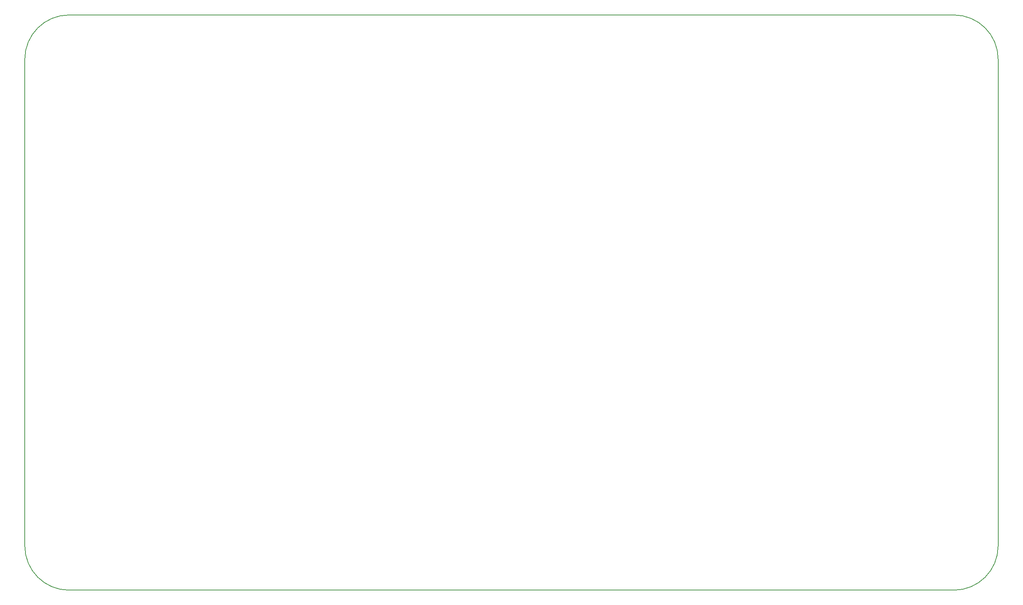
<source format=gbr>
G04 #@! TF.GenerationSoftware,KiCad,Pcbnew,(5.1.6)-1*
G04 #@! TF.CreationDate,2020-06-16T22:34:25-04:00*
G04 #@! TF.ProjectId,gantry-controller-prototype-DUE,67616e74-7279-42d6-936f-6e74726f6c6c,rev?*
G04 #@! TF.SameCoordinates,Original*
G04 #@! TF.FileFunction,Profile,NP*
%FSLAX46Y46*%
G04 Gerber Fmt 4.6, Leading zero omitted, Abs format (unit mm)*
G04 Created by KiCad (PCBNEW (5.1.6)-1) date 2020-06-16 22:34:25*
%MOMM*%
%LPD*%
G01*
G04 APERTURE LIST*
G04 #@! TA.AperFunction,Profile*
%ADD10C,0.200000*%
G04 #@! TD*
G04 APERTURE END LIST*
D10*
X260000000Y-154999998D02*
G75*
G02*
X250000000Y-165000000I-10000001J-1D01*
G01*
X250000000Y-165000000D02*
X50000000Y-165000000D01*
X50000000Y-165000001D02*
G75*
G02*
X39999999Y-155000000I0J10000001D01*
G01*
X40000000Y-155000000D02*
X40000000Y-44999999D01*
X39999999Y-45000001D02*
G75*
G02*
X49999999Y-34999999I10000001J1D01*
G01*
X50000000Y-34999999D02*
X250000000Y-34999999D01*
X249999999Y-34999999D02*
G75*
G02*
X260000000Y-45000000I0J-10000001D01*
G01*
X260000000Y-44999999D02*
X260000000Y-155000000D01*
M02*

</source>
